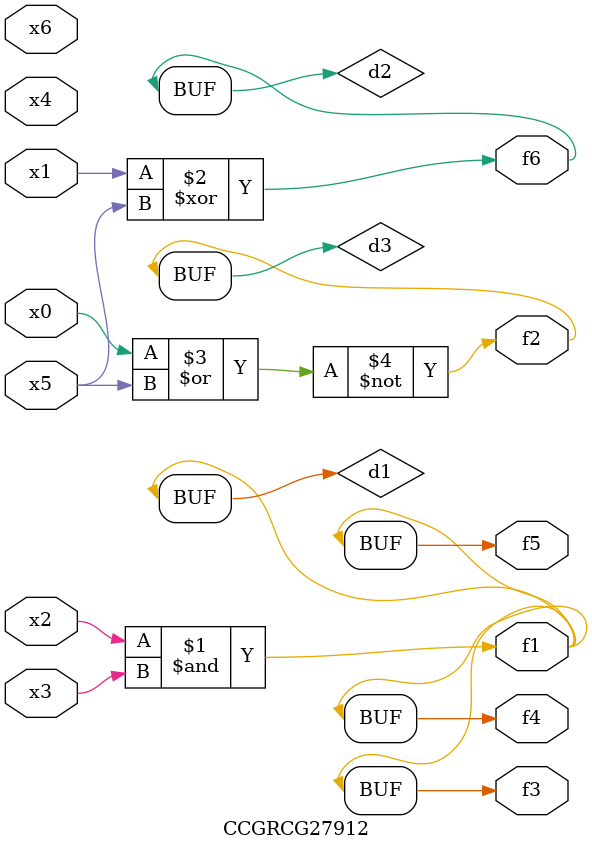
<source format=v>
module CCGRCG27912(
	input x0, x1, x2, x3, x4, x5, x6,
	output f1, f2, f3, f4, f5, f6
);

	wire d1, d2, d3;

	and (d1, x2, x3);
	xor (d2, x1, x5);
	nor (d3, x0, x5);
	assign f1 = d1;
	assign f2 = d3;
	assign f3 = d1;
	assign f4 = d1;
	assign f5 = d1;
	assign f6 = d2;
endmodule

</source>
